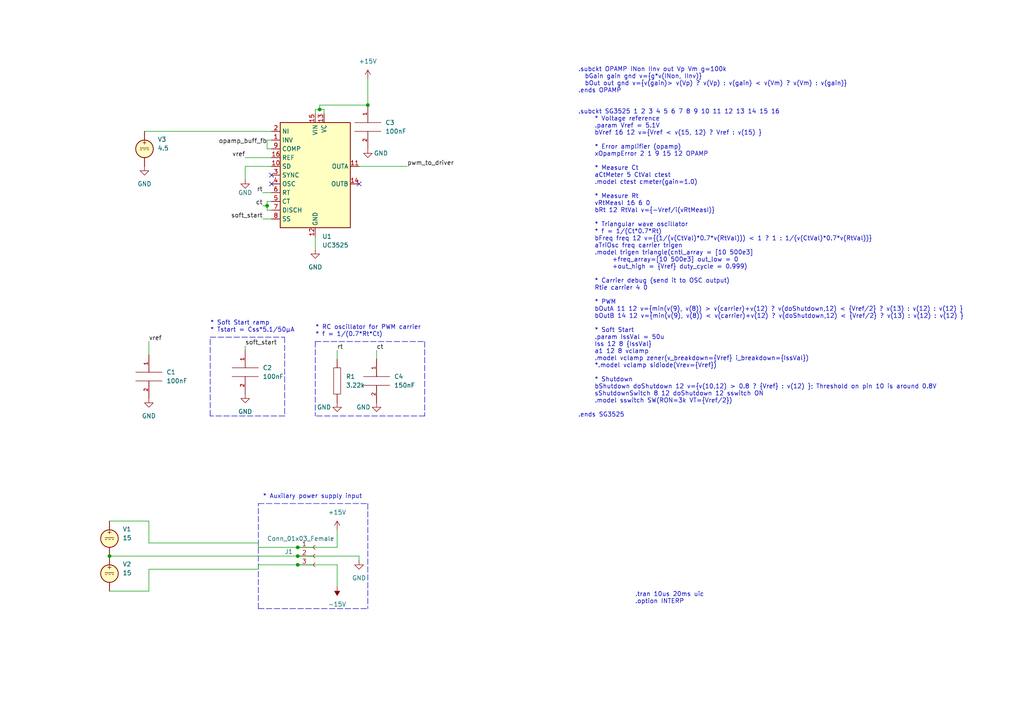
<source format=kicad_sch>
(kicad_sch (version 20211123) (generator eeschema)
  (paper "A4")
  (lib_symbols
    (symbol "Connector:Conn_01x03_Female" (pin_names (offset 1.016) hide)
      (property "Reference" "J" (at 0 5.08 0))
      (property "Value" "Conn_01x03_Female" (at 0 -5.08 0))
      (symbol "Conn_01x03_Female_1_1"
        (arc (start 0 -2.032) (mid -0.508 -2.54) (end 0 -3.048) (stroke (width 0.1524)))
        (polyline (pts (xy -1.27 -2.54) (xy -0.508 -2.54)) (stroke (width 0.1524)))
        (polyline (pts (xy -1.27 0) (xy -0.508 0)) (stroke (width 0.1524)))
        (polyline (pts (xy -1.27 2.54) (xy -0.508 2.54)) (stroke (width 0.1524)))
        (arc (start 0 0.508) (mid -0.508 0) (end 0 -0.508) (stroke (width 0.1524)))
        (arc (start 0 3.048) (mid -0.508 2.54) (end 0 2.032) (stroke (width 0.1524)))
        (pin passive line (at -5.08 2.54 0) (length 3.81) (name "Pin_1") (number "1"))
        (pin passive line (at -5.08 0 0) (length 3.81) (name "Pin_2") (number "2"))
        (pin passive line (at -5.08 -2.54 0) (length 3.81) (name "Pin_3") (number "3"))
      )
    )
    (symbol "Simulation_SPICE:VDC" (pin_numbers hide) (pin_names (offset 0.0254))
      (property "Reference" "V" (at 2.54 2.54 0))
      (property "Value" "VDC" (at 2.54 0 0))
      (property "Spice_Model" "dc(1)" (at 2.54 -2.54 0))
      (symbol "VDC_0_0"
        (polyline (pts (xy -1.27 0.254) (xy 1.27 0.254)))
        (polyline (pts (xy -0.762 -0.254) (xy -1.27 -0.254)))
        (polyline (pts (xy 0.254 -0.254) (xy -0.254 -0.254)))
        (polyline (pts (xy 1.27 -0.254) (xy 0.762 -0.254)))
        (text "+" (at 0 1.905 0) (effects (font (size 1.27 1.27))))
      )
      (symbol "VDC_0_1"
        (circle (center 0 0) (radius 2.54) (stroke (width 0.254)) (fill (type background)))
      )
      (symbol "VDC_1_1"
        (pin passive line (at 0 5.08 270) (length 2.54) (name "~") (number "1"))
        (pin passive line (at 0 -5.08 90) (length 2.54) (name "~") (number "2"))
      )
    )
    (symbol "Spice_power_electronics:UC3525"
      (property "Reference" "U" (at 6.35 19.05 0))
      (property "Value" "UC3525" (at 11.43 16.51 0))
      (symbol "UC3525_0_1"
        (rectangle (start -10.16 -15.24) (end 10.16 15.24) (stroke (width 0.254)) (fill (type background)))
      )
      (symbol "UC3525_1_1"
        (pin input line (at -12.7 10.16 0) (length 2.54) (name "INV") (number "1"))
        (pin passive line (at -12.7 2.54 0) (length 2.54) (name "SD") (number "10"))
        (pin output line (at 12.7 2.54 180) (length 2.54) (name "OUTA") (number "11"))
        (pin power_in line (at 0 -17.78 90) (length 2.54) (name "GND") (number "12"))
        (pin power_in line (at 2.54 17.78 270) (length 2.54) (name "VC") (number "13"))
        (pin output line (at 12.7 -2.54 180) (length 2.54) (name "OUTB") (number "14"))
        (pin power_in line (at 0 17.78 270) (length 2.54) (name "VIN") (number "15"))
        (pin power_in line (at -12.7 5.08 0) (length 2.54) (name "REF") (number "16"))
        (pin input line (at -12.7 12.7 0) (length 2.54) (name "NI") (number "2"))
        (pin passive line (at -12.7 0 0) (length 2.54) (name "SYNC") (number "3"))
        (pin output line (at -12.7 -2.54 0) (length 2.54) (name "OSC") (number "4"))
        (pin passive line (at -12.7 -7.62 0) (length 2.54) (name "CT") (number "5"))
        (pin passive line (at -12.7 -5.08 0) (length 2.54) (name "RT") (number "6"))
        (pin open_collector line (at -12.7 -10.16 0) (length 2.54) (name "DISCH") (number "7"))
        (pin passive line (at -12.7 -12.7 0) (length 2.54) (name "SS") (number "8"))
        (pin passive line (at -12.7 7.62 0) (length 2.54) (name "COMP") (number "9"))
      )
    )
    (symbol "power:+15V" (power) (pin_names (offset 0))
      (property "Value" "+15V" (at 0 3.556 0))
      (symbol "+15V_0_1"
        (polyline (pts (xy -0.762 1.27) (xy 0 2.54)))
        (polyline (pts (xy 0 0) (xy 0 2.54)))
        (polyline (pts (xy 0 2.54) (xy 0.762 1.27)))
      )
      (symbol "+15V_1_1"
        (pin power_in line (at 0 0 90) (length 0) hide (name "+15V") (number "1"))
      )
    )
    (symbol "power:-15V" (power) (pin_names (offset 0))
      (property "Value" "-15V" (at 0 3.81 0))
      (symbol "-15V_0_0"
        (pin power_in line (at 0 0 90) (length 0) hide (name "-15V") (number "1"))
      )
      (symbol "-15V_0_1"
        (polyline (pts (xy 0 0) (xy 0 1.27) (xy 0.762 1.27) (xy 0 2.54) (xy -0.762 1.27) (xy 0 1.27)) (fill (type outline)))
      )
    )
    (symbol "power:GND" (power) (pin_names (offset 0))
      (property "Value" "GND" (at 0 -3.81 0))
      (symbol "GND_0_1"
        (polyline (pts (xy 0 0) (xy 0 -1.27) (xy 1.27 -1.27) (xy 0 -2.54) (xy -1.27 -1.27) (xy 0 -1.27)))
      )
      (symbol "GND_1_1"
        (pin power_in line (at 0 0 270) (length 0) hide (name "GND") (number "1"))
      )
    )
    (symbol "pspice:CAP" (pin_names (offset 0.254))
      (property "Reference" "C" (at 2.54 3.81 90))
      (property "Value" "CAP" (at 2.54 -3.81 90))
      (symbol "CAP_0_1"
        (polyline (pts (xy -3.81 -1.27) (xy 3.81 -1.27)))
        (polyline (pts (xy -3.81 1.27) (xy 3.81 1.27)))
      )
      (symbol "CAP_1_1"
        (pin passive line (at 0 6.35 270) (length 5.08) (name "~") (number "1"))
        (pin passive line (at 0 -6.35 90) (length 5.08) (name "~") (number "2"))
      )
    )
    (symbol "pspice:R" (pin_numbers hide) (pin_names (offset 0))
      (property "Reference" "R" (at 2.032 0 90))
      (property "Value" "R" (at 0 0 90))
      (symbol "R_0_1"
        (rectangle (start -1.016 3.81) (end 1.016 -3.81))
      )
      (symbol "R_1_1"
        (pin passive line (at 0 6.35 270) (length 2.54) (name "~") (number "1"))
        (pin passive line (at 0 -6.35 90) (length 2.54) (name "~") (number "2"))
      )
    )
  )
  (junction (at 77.47 59.69))
  (junction (at 86.36 161.29))
  (junction (at 86.36 163.83))
  (junction (at 106.68 30.48))
  (junction (at 31.75 161.29))
  (junction (at 86.36 158.75))
  (junction (at 92.71 31.75))
  (no_connect (at 78.74 53.34))
  (no_connect (at 104.14 53.34))
  (no_connect (at 78.74 50.8))
  (wire (pts (xy 78.74 60.96) (xy 77.47 60.96)))
  (wire (pts (xy 93.98 31.75) (xy 92.71 31.75)))
  (wire (pts (xy 71.12 45.72) (xy 78.74 45.72)))
  (polyline (pts (xy 123.19 99.06) (xy 123.19 120.65)))
  (polyline (pts (xy 82.55 120.65) (xy 60.96 120.65)))
  (wire (pts (xy 77.47 43.18) (xy 77.47 40.64)))
  (polyline (pts (xy 74.93 176.53) (xy 106.68 176.53)))
  (polyline (pts (xy 123.19 120.65) (xy 91.44 120.65)))
  (wire (pts (xy 93.98 33.02) (xy 93.98 31.75)))
  (wire (pts (xy 74.93 158.75) (xy 86.36 158.75)))
  (wire (pts (xy 77.47 59.69) (xy 77.47 58.42)))
  (polyline (pts (xy 60.96 97.79) (xy 82.55 97.79)))
  (wire (pts (xy 86.36 161.29) (xy 104.14 161.29)))
  (polyline (pts (xy 82.55 97.79) (xy 82.55 120.65)))
  (wire (pts (xy 86.36 158.75) (xy 97.79 158.75)))
  (wire (pts (xy 91.44 31.75) (xy 92.71 31.75)))
  (wire (pts (xy 71.12 48.26) (xy 78.74 48.26)))
  (wire (pts (xy 91.44 72.39) (xy 91.44 68.58)))
  (wire (pts (xy 86.36 163.83) (xy 97.79 163.83)))
  (wire (pts (xy 77.47 58.42) (xy 78.74 58.42)))
  (wire (pts (xy 97.79 158.75) (xy 97.79 153.67)))
  (wire (pts (xy 76.2 63.5) (xy 78.74 63.5)))
  (wire (pts (xy 77.47 43.18) (xy 78.74 43.18)))
  (wire (pts (xy 118.11 48.26) (xy 104.14 48.26)))
  (wire (pts (xy 97.79 170.18) (xy 97.79 163.83)))
  (wire (pts (xy 71.12 100.33) (xy 71.12 101.6)))
  (wire (pts (xy 71.12 48.26) (xy 71.12 52.07)))
  (polyline (pts (xy 106.68 146.05) (xy 106.68 176.53)))
  (wire (pts (xy 109.22 101.6) (xy 109.22 104.14)))
  (wire (pts (xy 74.93 163.83) (xy 86.36 163.83)))
  (wire (pts (xy 74.93 165.1) (xy 74.93 163.83)))
  (wire (pts (xy 31.75 161.29) (xy 86.36 161.29)))
  (wire (pts (xy 43.18 157.48) (xy 74.93 157.48)))
  (wire (pts (xy 76.2 59.69) (xy 77.47 59.69)))
  (wire (pts (xy 97.79 101.6) (xy 97.79 104.14)))
  (wire (pts (xy 104.14 162.56) (xy 104.14 161.29)))
  (wire (pts (xy 43.18 151.13) (xy 31.75 151.13)))
  (polyline (pts (xy 74.93 146.05) (xy 106.68 146.05)))
  (wire (pts (xy 43.18 165.1) (xy 74.93 165.1)))
  (wire (pts (xy 43.18 165.1) (xy 43.18 171.45)))
  (wire (pts (xy 77.47 60.96) (xy 77.47 59.69)))
  (wire (pts (xy 76.2 55.88) (xy 78.74 55.88)))
  (polyline (pts (xy 74.93 176.53) (xy 74.93 146.05)))
  (wire (pts (xy 74.93 157.48) (xy 74.93 158.75)))
  (polyline (pts (xy 60.96 120.65) (xy 60.96 97.79)))
  (polyline (pts (xy 91.44 99.06) (xy 91.44 120.65)))
  (wire (pts (xy 92.71 30.48) (xy 106.68 30.48)))
  (wire (pts (xy 92.71 30.48) (xy 92.71 31.75)))
  (wire (pts (xy 91.44 33.02) (xy 91.44 31.75)))
  (wire (pts (xy 41.91 38.1) (xy 78.74 38.1)))
  (wire (pts (xy 43.18 99.06) (xy 43.18 102.87)))
  (wire (pts (xy 77.47 40.64) (xy 78.74 40.64)))
  (wire (pts (xy 106.68 22.86) (xy 106.68 30.48)))
  (wire (pts (xy 43.18 171.45) (xy 31.75 171.45)))
  (wire (pts (xy 43.18 157.48) (xy 43.18 151.13)))
  (polyline (pts (xy 91.44 99.06) (xy 123.19 99.06)))
  (text "* Auxilary power supply input" (at 76.2 144.78 0) (effects (font (size 1.27 1.27)) (justify left bottom)))
  (text ".subckt OPAMP INon IInv out Vp Vm g=100k\n  bGain gain gnd v={g*v(INon, IInv)}\n  bOut out gnd v={v(gain)> v(Vp) ? v(Vp) : v(gain) < v(Vm) ? v(Vm) : v(gain)}\n.ends OPAMP\n\n\n.subckt SG3525 1 2 3 4 5 6 7 8 9 10 11 12 13 14 15 16\n	* Voltage reference\n	.param Vref = 5.1V\n	bVref 16 12 v={Vref < v(15, 12) ? Vref : v(15) }\n\n	* Error amplifier (opamp)\n	xOpampError 2 1 9 15 12 OPAMP\n\n	* Measure Ct\n	aCtMeter 5 CtVal ctest\n	.model ctest cmeter(gain=1.0)\n\n	* Measure Rt\n	vRtMeasI 16 6 0\n	bRt 12 RtVal v={-Vref/i(vRtMeasI)}\n\n	* Triangular wave oscillator\n	* f = 1/(Ct*0.7*Rt)\n	bFreq freq 12 v={(1/(v(CtVal)*0.7*v(RtVal))) < 1 ? 1 : 1/(v(CtVal)*0.7*v(RtVal))}\n	aTriOsc freq carrier trigen\n	.model trigen triangle(cntl_array = [10 500e3]\n		+freq_array=[10 500e3] out_low = 0\n		+out_high = {Vref} duty_cycle = 0.999)\n\n	* Carrier debug (send it to OSC output)\n	Rtie carrier 4 0\n\n	* PWM\n	bOutA 11 12 v={min(v(9), v(8)) > v(carrier)+v(12) ? v(doShutdown,12) < {Vref/2} ? v(13) : v(12) : v(12) }\n	bOutB 14 12 v={min(v(9), v(8)) < v(carrier)+v(12) ? v(doShutdown,12) < {Vref/2} ? v(13) : v(12) : v(12) }\n\n	* Soft Start\n	.param IssVal = 50u\n	Iss 12 8 {IssVal}\n	a1 12 8 vclamp\n	.model vclamp zener(v_breakdown={Vref} i_breakdown={IssVal})\n	*.model vclamp sidiode(Vrev={Vref})\n\n	* Shutdown\n	bShutdown doShutdown 12 v={v(10,12) > 0.8 ? {Vref} : v(12) }; Threshold on pin 10 is around 0.8V\n	sShutdownSwitch 8 12 doShutdown 12 sswitch ON\n	.model sswitch SW(RON=3k VT={Vref/2})\n\n.ends SG3525\n\n" (at 167.64 123.19 0) (effects (font (size 1.27 1.27)) (justify left bottom)))
  (text ".tran 10us 20ms uic\n.option INTERP" (at 184.15 175.26 0) (effects (font (size 1.27 1.27)) (justify left bottom)))
  (text "* RC oscillator for PWM carrier\n* f = 1/(0.7*Rt*Ct)" (at 91.44 97.79 0) (effects (font (size 1.27 1.27)) (justify left bottom)))
  (text "* Soft Start ramp\n* Tstart = Css*5.1/50µA" (at 60.96 96.52 0) (effects (font (size 1.27 1.27)) (justify left bottom)))
  (label "pwm_to_driver" (at 118.11 48.26 0))
  (label "rt" (at 76.2 55.88 180))
  (label "ct" (at 76.2 59.69 180))
  (label "ct" (at 109.22 101.6 0))
  (label "vref" (at 71.12 45.72 180))
  (label "opamp_buff_fb" (at 77.47 41.91 180))
  (label "rt" (at 97.79 101.6 0))
  (label "soft_start" (at 71.12 100.33 0))
  (label "vref" (at 43.18 99.06 0))
  (label "soft_start" (at 76.2 63.5 180))
  (symbol (lib_id "power:GND") (at 71.12 114.3 0) (unit 1)
    (property "Reference" "#PWR03" (effects hide))
    (property "Value" "GND" (at 71.12 119.38 0))
  )
  (symbol (lib_id "pspice:CAP") (at 43.18 109.22 0) (mirror y) (unit 1)
    (property "Reference" "C1" (at 48.26 107.9499 0) (effects (justify right)))
    (property "Value" "100nF" (at 48.26 110.4899 0) (effects (justify right)))
    (property "Footprint" "Capacitor_THT:C_Disc_D7.0mm_W2.5mm_P5.00mm" (effects hide))
  )
  (symbol (lib_id "pspice:CAP") (at 106.68 36.83 0) (unit 1)
    (property "Reference" "C3" (at 111.76 35.5599 0) (effects (justify left)))
    (property "Value" "100nF" (at 111.76 38.0999 0) (effects (justify left)))
    (property "Footprint" "Capacitor_THT:C_Disc_D7.0mm_W2.5mm_P5.00mm" (effects hide))
  )
  (symbol (lib_id "Simulation_SPICE:VDC") (at 31.75 156.21 0) (unit 1) (in_bom no) (on_board no)
    (property "Reference" "V1" (at 35.56 153.4801 0) (effects (justify left)))
    (property "Value" "VDC" (at 35.56 156.0201 0) (effects (justify left)))
    (property "Spice_Netlist_Enabled" "Y" (effects hide))
    (property "Spice_Primitive" "V" (effects hide))
    (property "Spice_Model" "dc 15" (at 35.56 158.5601 0) (effects (justify left)))
  )
  (symbol (lib_id "Connector:Conn_01x03_Female") (at 91.44 161.29 0) (unit 1)
    (property "Reference" "J1" (at 82.55 160.02 0) (effects (justify left)))
    (property "Value" "Conn_01x03_Female" (at 77.47 156.21 0) (effects (justify left)))
    (property "Footprint" "TerminalBlock_Phoenix:TerminalBlock_Phoenix_MKDS-1,5-3-5.08_1x03_P5.08mm_Horizontal" (effects hide))
    (property "Spice_Netlist_Enabled" "N" (effects hide))
  )
  (symbol (lib_id "power:GND") (at 91.44 72.39 0) (unit 1)
    (property "Reference" "#PWR04" (effects hide))
    (property "Value" "GND" (at 91.44 77.47 0))
  )
  (symbol (lib_id "pspice:CAP") (at 71.12 107.95 0) (unit 1)
    (property "Reference" "C2" (at 76.2 106.6799 0) (effects (justify left)))
    (property "Value" "100nF" (at 76.2 109.2199 0) (effects (justify left)))
    (property "Footprint" "Capacitor_THT:C_Disc_D7.0mm_W2.5mm_P5.00mm" (effects hide))
  )
  (symbol (lib_id "power:+15V") (at 97.79 153.67 0) (unit 1)
    (property "Reference" "#PWR06" (effects hide))
    (property "Value" "+15V" (at 97.79 148.59 0))
  )
  (symbol (lib_id "power:GND") (at 71.12 52.07 0) (unit 1)
    (property "Reference" "#PWR02" (effects hide))
    (property "Value" "GND" (at 71.12 55.88 0))
  )
  (symbol (lib_id "Simulation_SPICE:VDC") (at 31.75 166.37 0) (unit 1) (in_bom no) (on_board no)
    (property "Reference" "V2" (at 35.56 163.6401 0) (effects (justify left)))
    (property "Value" "VDC" (at 35.56 166.1801 0) (effects (justify left)))
    (property "Spice_Netlist_Enabled" "Y" (effects hide))
    (property "Spice_Primitive" "V" (effects hide))
    (property "Spice_Model" "dc 15" (at 35.56 168.7201 0) (effects (justify left)))
  )
  (symbol (lib_id "Simulation_SPICE:VDC") (at 41.91 43.18 0) (unit 1) (in_bom no) (on_board no)
    (property "Reference" "V3" (at 45.72 40.4501 0) (effects (justify left)))
    (property "Value" "VDC" (at 45.72 42.9901 0) (effects (justify left)))
    (property "Spice_Netlist_Enabled" "Y" (effects hide))
    (property "Spice_Primitive" "V" (effects hide))
    (property "Spice_Model" "dc 4.5" (at 45.72 45.5301 0) (effects (justify left)))
  )
  (symbol (lib_id "pspice:R") (at 97.79 110.49 0) (unit 1)
    (property "Reference" "R1" (at 100.33 109.2199 0) (effects (justify left)))
    (property "Value" "3.22k" (at 100.33 111.7599 0) (effects (justify left)))
    (property "Footprint" "Resistor_THT:R_Axial_DIN0207_L6.3mm_D2.5mm_P7.62mm_Horizontal" (effects hide))
  )
  (symbol (lib_id "power:GND") (at 104.14 162.56 0) (unit 1)
    (property "Reference" "#PWR08" (effects hide))
    (property "Value" "GND" (at 104.14 167.64 0))
  )
  (symbol (lib_id "power:GND") (at 97.79 116.84 0) (unit 1)
    (property "Reference" "#PWR05" (effects hide))
    (property "Value" "GND" (at 93.98 118.11 0))
  )
  (symbol (lib_id "pspice:CAP") (at 109.22 110.49 0) (unit 1)
    (property "Reference" "C4" (at 114.3 109.2199 0) (effects (justify left)))
    (property "Value" "150nF" (at 114.3 111.7599 0) (effects (justify left)))
    (property "Footprint" "Capacitor_THT:C_Disc_D7.0mm_W2.5mm_P5.00mm" (effects hide))
  )
  (symbol (lib_id "power:GND") (at 106.68 43.18 0) (unit 1)
    (property "Reference" "#PWR010" (effects hide))
    (property "Value" "GND" (at 110.49 44.45 0))
  )
  (symbol (lib_id "Spice_power_electronics:UC3525") (at 91.44 50.8 0) (unit 1)
    (property "Reference" "U1" (at 93.4594 68.58 0) (effects (justify left)))
    (property "Value" "UC3525" (at 93.4594 71.12 0) (effects (justify left)))
    (property "Footprint" "Package_DIP:DIP-16_W7.62mm" (effects hide))
    (property "Datasheet" "https://www.ti.com/lit/ds/symlink/uc3525a.pdf" (effects hide))
    (property "Spice_Primitive" "X" (effects hide))
    (property "Spice_Model" "SG3525" (effects hide))
    (property "Spice_Netlist_Enabled" "Y" (effects hide))
  )
  (symbol (lib_id "power:GND") (at 41.91 48.26 0) (unit 1)
    (property "Reference" "#PWR012" (effects hide))
    (property "Value" "GND" (at 41.91 53.34 0))
  )
  (symbol (lib_id "power:-15V") (at 97.79 170.18 180) (unit 1)
    (property "Reference" "#PWR07" (effects hide))
    (property "Value" "-15V" (at 97.79 175.26 0))
  )
  (symbol (lib_id "power:GND") (at 43.18 115.57 0) (unit 1)
    (property "Reference" "#PWR01" (effects hide))
    (property "Value" "GND" (at 43.18 120.65 0))
  )
  (symbol (lib_id "power:+15V") (at 106.68 22.86 0) (unit 1)
    (property "Reference" "#PWR09" (effects hide))
    (property "Value" "+15V" (at 106.68 17.78 0))
  )
  (symbol (lib_id "power:GND") (at 109.22 116.84 0) (unit 1)
    (property "Reference" "#PWR011" (effects hide))
    (property "Value" "GND" (at 105.41 118.11 0))
  )
)
</source>
